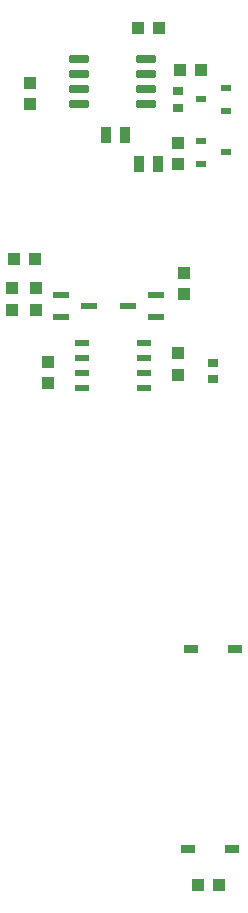
<source format=gtp>
G04 Layer_Color=8421504*
%FSLAX25Y25*%
%MOIN*%
G70*
G01*
G75*
%ADD10R,0.05709X0.02362*%
%ADD11R,0.03347X0.02362*%
%ADD12R,0.04724X0.02756*%
G04:AMPARAMS|DCode=13|XSize=25.59mil|YSize=64.96mil|CornerRadius=1.92mil|HoleSize=0mil|Usage=FLASHONLY|Rotation=270.000|XOffset=0mil|YOffset=0mil|HoleType=Round|Shape=RoundedRectangle|*
%AMROUNDEDRECTD13*
21,1,0.02559,0.06112,0,0,270.0*
21,1,0.02175,0.06496,0,0,270.0*
1,1,0.00384,-0.03056,-0.01088*
1,1,0.00384,-0.03056,0.01088*
1,1,0.00384,0.03056,0.01088*
1,1,0.00384,0.03056,-0.01088*
%
%ADD13ROUNDEDRECTD13*%
G04:AMPARAMS|DCode=14|XSize=21.65mil|YSize=49.21mil|CornerRadius=1.95mil|HoleSize=0mil|Usage=FLASHONLY|Rotation=90.000|XOffset=0mil|YOffset=0mil|HoleType=Round|Shape=RoundedRectangle|*
%AMROUNDEDRECTD14*
21,1,0.02165,0.04532,0,0,90.0*
21,1,0.01776,0.04921,0,0,90.0*
1,1,0.00390,0.02266,0.00888*
1,1,0.00390,0.02266,-0.00888*
1,1,0.00390,-0.02266,-0.00888*
1,1,0.00390,-0.02266,0.00888*
%
%ADD14ROUNDEDRECTD14*%
%ADD15R,0.03740X0.05315*%
%ADD16R,0.04331X0.04331*%
%ADD17R,0.03543X0.02756*%
%ADD18R,0.03543X0.03150*%
%ADD19R,0.04331X0.04331*%
D10*
X-17126Y204527D02*
D03*
Y197047D02*
D03*
X-7874Y200787D02*
D03*
X14469Y197047D02*
D03*
Y204527D02*
D03*
X5216Y200787D02*
D03*
D11*
X37697Y251969D02*
D03*
X29232Y248228D02*
D03*
Y255709D02*
D03*
X37697Y265945D02*
D03*
Y273425D02*
D03*
X29232Y269685D02*
D03*
D12*
X39567Y19685D02*
D03*
X25000D02*
D03*
X40748Y86614D02*
D03*
X26181D02*
D03*
D13*
X11122Y268091D02*
D03*
Y273091D02*
D03*
Y278091D02*
D03*
Y283090D02*
D03*
X-11122Y268091D02*
D03*
Y273091D02*
D03*
Y278091D02*
D03*
Y283090D02*
D03*
D14*
X-10335Y188602D02*
D03*
Y183602D02*
D03*
Y178602D02*
D03*
Y173602D02*
D03*
X10335Y188602D02*
D03*
Y183602D02*
D03*
Y178602D02*
D03*
Y173602D02*
D03*
D15*
X3937Y257874D02*
D03*
X-2362D02*
D03*
X14961Y248031D02*
D03*
X8661D02*
D03*
D16*
X-27559Y275197D02*
D03*
Y268110D02*
D03*
X21654Y248031D02*
D03*
Y255118D02*
D03*
X23622Y204725D02*
D03*
Y211811D02*
D03*
X-25591Y199606D02*
D03*
Y206693D02*
D03*
X-33465D02*
D03*
Y199606D02*
D03*
X-21654Y182283D02*
D03*
Y175197D02*
D03*
X21654Y177953D02*
D03*
Y185039D02*
D03*
D17*
X33465Y176378D02*
D03*
Y181890D02*
D03*
D18*
X21654Y272441D02*
D03*
Y266929D02*
D03*
D19*
X-33071Y216535D02*
D03*
X-25984D02*
D03*
X29528Y279527D02*
D03*
X22441D02*
D03*
X35433Y7874D02*
D03*
X28346D02*
D03*
X15354Y293307D02*
D03*
X8268D02*
D03*
M02*

</source>
